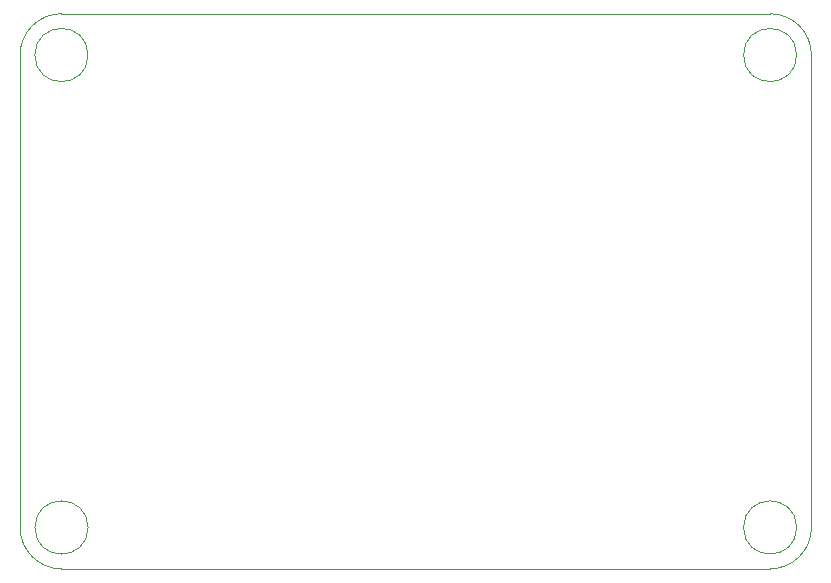
<source format=gm1>
G04 #@! TF.GenerationSoftware,KiCad,Pcbnew,9.0.2*
G04 #@! TF.CreationDate,2025-11-18T17:36:03+08:00*
G04 #@! TF.ProjectId,rio module,72696f20-6d6f-4647-956c-652e6b696361,rev?*
G04 #@! TF.SameCoordinates,Original*
G04 #@! TF.FileFunction,Profile,NP*
%FSLAX46Y46*%
G04 Gerber Fmt 4.6, Leading zero omitted, Abs format (unit mm)*
G04 Created by KiCad (PCBNEW 9.0.2) date 2025-11-18 17:36:03*
%MOMM*%
%LPD*%
G01*
G04 APERTURE LIST*
G04 #@! TA.AperFunction,Profile*
%ADD10C,0.050000*%
G04 #@! TD*
G04 APERTURE END LIST*
D10*
X105375000Y-55250000D02*
G75*
G02*
X100875000Y-55250000I-2250000J0D01*
G01*
X100875000Y-55250000D02*
G75*
G02*
X105375000Y-55250000I2250000J0D01*
G01*
X103125000Y-51750000D02*
G75*
G02*
X106625000Y-55250000I0J-3500000D01*
G01*
X106625000Y-95250000D02*
G75*
G02*
X103125000Y-98750000I-3500000J0D01*
G01*
X39625000Y-55250000D02*
G75*
G02*
X43125000Y-51750000I3500000J0D01*
G01*
X43125000Y-98750000D02*
G75*
G02*
X39625000Y-95250000I0J3500000D01*
G01*
X103125000Y-98750000D02*
X43125000Y-98750000D01*
X39625000Y-55250000D02*
X39625000Y-95250000D01*
X105375000Y-95250000D02*
G75*
G02*
X100875000Y-95250000I-2250000J0D01*
G01*
X100875000Y-95250000D02*
G75*
G02*
X105375000Y-95250000I2250000J0D01*
G01*
X45375000Y-95250000D02*
G75*
G02*
X40875000Y-95250000I-2250000J0D01*
G01*
X40875000Y-95250000D02*
G75*
G02*
X45375000Y-95250000I2250000J0D01*
G01*
X43125000Y-51750000D02*
X103125000Y-51750000D01*
X45375000Y-55250000D02*
G75*
G02*
X40875000Y-55250000I-2250000J0D01*
G01*
X40875000Y-55250000D02*
G75*
G02*
X45375000Y-55250000I2250000J0D01*
G01*
X106625000Y-55250000D02*
X106625000Y-95250000D01*
M02*

</source>
